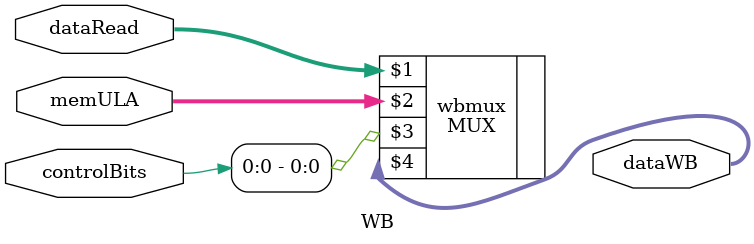
<source format=v>
module WB(controlBits, dataRead, memULA, dataWB);
    input [1:0] controlBits;
    input [31:0] dataRead, memULA;
    output wire [31:0] dataWB;
    
    MUX wbmux (dataRead, memULA, controlBits[0], dataWB);
endmodule
</source>
